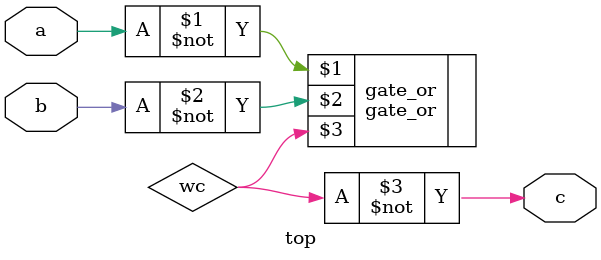
<source format=v>
module top (input wire a, input wire b, output wire c);

wire wc;
gate_or gate_or (~a, ~b, wc);

assign c = ~wc;
endmodule

</source>
